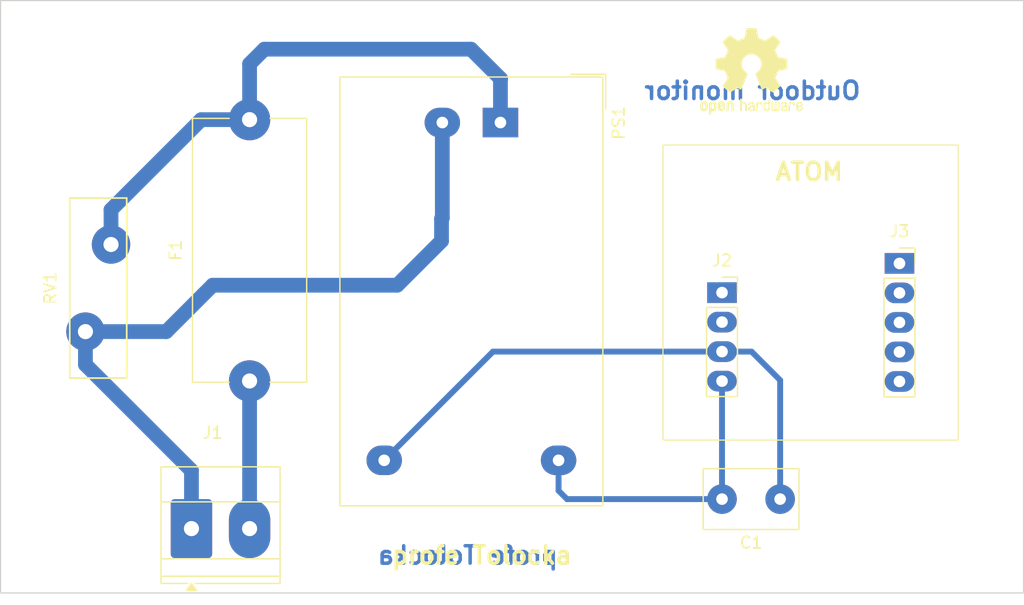
<source format=kicad_pcb>
(kicad_pcb (version 20241229) (generator "pcbnew") (generator_version "9.0")
  (layers (0 "F.Cu" signal) (2 "B.Cu" signal) (13 "F.Paste" user) (15 "B.Paste" user) (5 "F.SilkS" user "F.Silkscreen") (7 "B.SilkS" user "B.Silkscreen") (1 "F.Mask" user) (3 "B.Mask" user) (25 "Edge.Cuts" user))
  (net 0 "")
  (net 1 "Net-(J2-Pin_3)")
  (net 2 "GNDREF")
  (net 3 "Net-(J1-Pin_1)")
  (net 4 "Net-(PS1-AC{slash}L)")
  (net 5 "Net-(J1-Pin_2)")
  (footprint "MountingHole:MountingHole_3.2mm_M3_ISO7380" (layer "F.Cu") (at 181.5 122.5)
    (property "Reference" "REF**" (hide yes))
    (property "Value" "MountingHole_3.2mm_M3_ISO7380" (hide yes))
    (pad "" np_thru_hole circle (at 0 0) (size 3.2 3.2) (drill 3.2) (layers "*.Cu" "*.Mask"))
  )
  (footprint "Connector_PinSocket_2.54mm:PinSocket_1x05_P2.54mm_Vertical" (layer "F.Cu") (at 177.825 101.63)
    (property "Reference" "J3" (at 0 -2.77 0) (layer "F.SilkS"))
    (property "Value" "Conn_01x05")
    (fp_line (start -1.33 1.27) (end -1.33 11.49) (stroke (width 0.12)) (layer "F.SilkS"))
    (fp_line (start -1.33 1.27) (end 1.33 1.27) (stroke (width 0.12)) (layer "F.SilkS"))
    (fp_line (start -1.33 11.49) (end 1.33 11.49) (stroke (width 0.12)) (layer "F.SilkS"))
    (fp_line (start 0 -1.33) (end 1.33 -1.33) (stroke (width 0.12)) (layer "F.SilkS"))
    (fp_line (start 1.33 -1.33) (end 1.33 0) (stroke (width 0.12)) (layer "F.SilkS"))
    (fp_line (start 1.33 1.27) (end 1.33 11.49) (stroke (width 0.12)) (layer "F.SilkS"))
    (pad "1" thru_hole rect (at 0 0) (size 2.54 1.778) (drill 1) (layers "*.Cu" "*.Mask"))
    (pad "2" thru_hole oval (at 0 2.54) (size 2.54 1.778) (drill 1) (layers "*.Cu" "*.Mask"))
    (pad "3" thru_hole oval (at 0 5.08) (size 2.54 1.778) (drill 1) (layers "*.Cu" "*.Mask"))
    (pad "4" thru_hole oval (at 0 7.62) (size 2.54 1.778) (drill 1) (layers "*.Cu" "*.Mask"))
    (pad "5" thru_hole oval (at 0 10.16) (size 2.54 1.778) (drill 1) (layers "*.Cu" "*.Mask"))
  )
  (footprint "Symbol:OSHW-Logo2_9.8x8mm_SilkScreen" (layer "F.Cu") (at 165.1 85.09)
    (property "Reference" "REF**" (hide yes))
    (property "Value" "OSHW-Logo2_9.8x8mm_SilkScreen" (hide yes))
    (fp_poly (pts (xy 3.570807 2.636782) (xy 3.594161 2.646988) (xy 3.649902 2.691134) (xy 3.697569 2.754967) (xy 3.727048 2.823087) (xy 3.731846 2.85667) (xy 3.71576 2.903556) (xy 3.680475 2.928365) (xy 3.642644 2.943387) (xy 3.625321 2.946155) (xy 3.616886 2.926066) (xy 3.60023 2.882351) (xy 3.592923 2.862598) (xy 3.551948 2.794271) (xy 3.492622 2.760191) (xy 3.416552 2.761239) (xy 3.410918 2.762581) (xy 3.370305 2.781836) (xy 3.340448 2.819375) (xy 3.320055 2.879809) (xy 3.307836 2.967751) (xy 3.3025 3.087813) (xy 3.302 3.151698) (xy 3.301752 3.252403) (xy 3.300126 3.321054) (xy 3.295801 3.364673) (xy 3.287454 3.390282) (xy 3.273765 3.404903) (xy 3.253411 3.415558) (xy 3.252234 3.416095) (xy 3.213038 3.432667) (xy 3.193619 3.438769) (xy 3.190635 3.420319) (xy 3.188081 3.369323) (xy 3.18614 3.292308) (xy 3.184997 3.195805) (xy 3.184769 3.125184) (xy 3.185932 2.988525) (xy 3.190479 2.884851) (xy 3.199999 2.808108) (xy 3.216081 2.752246) (xy 3.240313 2.711212) (xy 3.274286 2.678954) (xy 3.307833 2.65644) (xy 3.388499 2.626476) (xy 3.482381 2.619718) (xy 3.570807 2.636782)) (stroke (width 0.01)) (fill yes) (layer "F.SilkS"))
    (fp_poly (pts (xy -1.728336 2.595089) (xy -1.665633 2.631358) (xy -1.622039 2.667358) (xy -1.590155 2.705075) (xy -1.56819 2.751199) (xy -1.554351 2.812421) (xy -1.546847 2.895431) (xy -1.543883 3.006919) (xy -1.543539 3.087062) (xy -1.543539 3.382065) (xy -1.709615 3.456515) (xy -1.719385 3.133402) (xy -1.723421 3.012729) (xy -1.727656 2.925141) (xy -1.732903 2.86465) (xy -1.739975 2.825268) (xy -1.749689 2.801007) (xy -1.762856 2.78588) (xy -1.767081 2.782606) (xy -1.831091 2.757034) (xy -1.895792 2.767153) (xy -1.934308 2.794) (xy -1.949975 2.813024) (xy -1.96082 2.837988) (xy -1.967712 2.875834) (xy -1.971521 2.933502) (xy -1.973117 3.017935) (xy -1.973385 3.105928) (xy -1.973437 3.216323) (xy -1.975328 3.294463) (xy -1.981655 3.347165) (xy -1.995017 3.381242) (xy -2.018015 3.403511) (xy -2.053246 3.420787) (xy -2.100303 3.438738) (xy -2.151697 3.458278) (xy -2.145579 3.111485) (xy -2.143116 2.986468) (xy -2.140233 2.894082) (xy -2.136102 2.827881) (xy -2.129893 2.78142) (xy -2.120774 2.748256) (xy -2.107917 2.721944) (xy -2.092416 2.698729) (xy -2.017629 2.624569) (xy -1.926372 2.581684) (xy -1.827117 2.571412) (xy -1.728336 2.595089)) (stroke (width 0.01)) (fill yes) (layer "F.SilkS"))
    (fp_poly (pts (xy 0.713362 2.62467) (xy 0.802117 2.657421) (xy 0.874022 2.71535) (xy 0.902144 2.756128) (xy 0.932802 2.830954) (xy 0.932165 2.885058) (xy 0.899987 2.921446) (xy 0.888081 2.927633) (xy 0.836675 2.946925) (xy 0.810422 2.941982) (xy 0.80153 2.909587) (xy 0.801077 2.891692) (xy 0.784797 2.825859) (xy 0.742365 2.779807) (xy 0.683388 2.757564) (xy 0.617475 2.763161) (xy 0.563895 2.792229) (xy 0.545798 2.80881) (xy 0.532971 2.828925) (xy 0.524306 2.859332) (xy 0.518696 2.906788) (xy 0.515035 2.97805) (xy 0.512215 3.079875) (xy 0.511484 3.112115) (xy 0.50882 3.22241) (xy 0.505792 3.300036) (xy 0.50125 3.351396) (xy 0.494046 3.38289) (xy 0.483033 3.40092) (xy 0.46706 3.411888) (xy 0.456834 3.416733) (xy 0.413406 3.433301) (xy 0.387842 3.438769) (xy 0.379395 3.420507) (xy 0.374239 3.365296) (xy 0.372346 3.272499) (xy 0.373689 3.141478) (xy 0.374107 3.121269) (xy 0.377058 3.001733) (xy 0.380548 2.914449) (xy 0.385514 2.852591) (xy 0.392893 2.809336) (xy 0.403624 2.77786) (xy 0.418645 2.751339) (xy 0.426502 2.739975) (xy 0.471553 2.689692) (xy 0.52194 2.650581) (xy 0.528108 2.647167) (xy 0.618458 2.620212) (xy 0.713362 2.62467)) (stroke (width 0.01)) (fill yes) (layer "F.SilkS"))
    (fp_poly (pts (xy -0.840154 2.49212) (xy -0.834428 2.57198) (xy -0.827851 2.619039) (xy -0.818738 2.639566) (xy -0.805402 2.639829) (xy -0.801077 2.637378) (xy -0.743556 2.619636) (xy -0.668732 2.620672) (xy -0.592661 2.63891) (xy -0.545082 2.662505) (xy -0.496298 2.700198) (xy -0.460636 2.742855) (xy -0.436155 2.797057) (xy -0.420913 2.869384) (xy -0.41297 2.966419) (xy -0.410384 3.094742) (xy -0.410338 3.119358) (xy -0.410308 3.39587) (xy -0.471839 3.41732) (xy -0.515541 3.431912) (xy -0.539518 3.438706) (xy -0.540223 3.438769) (xy -0.542585 3.420345) (xy -0.544594 3.369526) (xy -0.546099 3.292993) (xy -0.546947 3.19743) (xy -0.547077 3.139329) (xy -0.547349 3.024771) (xy -0.548748 2.942667) (xy -0.552151 2.886393) (xy -0.558433 2.849326) (xy -0.568471 2.824844) (xy -0.583139 2.806325) (xy -0.592298 2.797406) (xy -0.655211 2.761466) (xy -0.723864 2.758775) (xy -0.786152 2.78917) (xy -0.797671 2.800144) (xy -0.814567 2.820779) (xy -0.826286 2.845256) (xy -0.833767 2.880647) (xy -0.837946 2.934026) (xy -0.839763 3.012466) (xy -0.840154 3.120617) (xy -0.840154 3.39587) (xy -0.901685 3.41732) (xy -0.945387 3.431912) (xy -0.969364 3.438706) (xy -0.97007 3.438769) (xy -0.971874 3.420069) (xy -0.9735 3.367322) (xy -0.974883 3.285557) (xy -0.975958 3.179805) (xy -0.97666 3.055094) (xy -0.976923 2.916455) (xy -0.976923 2.381806) (xy -0.849923 2.328236) (xy -0.840154 2.49212)) (stroke (width 0.01)) (fill yes) (layer "F.SilkS"))
    (fp_poly (pts (xy 2.395929 2.636662) (xy 2.398911 2.688068) (xy 2.401247 2.766192) (xy 2.402749 2.864857) (xy 2.403231 2.968343) (xy 2.403231 3.318533) (xy 2.341401 3.380363) (xy 2.298793 3.418462) (xy 2.26139 3.433895) (xy 2.21027 3.432918) (xy 2.189978 3.430433) (xy 2.126554 3.4232) (xy 2.074095 3.419055) (xy 2.061308 3.418672) (xy 2.018199 3.421176) (xy 1.956544 3.427462) (xy 1.932638 3.430433) (xy 1.873922 3.435028) (xy 1.834464 3.425046) (xy 1.795338 3.394228) (xy 1.781215 3.380363) (xy 1.719385 3.318533) (xy 1.719385 2.663503) (xy 1.76915 2.640829) (xy 1.812002 2.624034) (xy 1.837073 2.618154) (xy 1.843501 2.636736) (xy 1.849509 2.688655) (xy 1.854697 2.768172) (xy 1.858664 2.869546) (xy 1.860577 2.955192) (xy 1.865923 3.292231) (xy 1.91256 3.298825) (xy 1.954976 3.294214) (xy 1.97576 3.279287) (xy 1.98157 3.251377) (xy 1.98653 3.191925) (xy 1.990246 3.108466) (xy 1.992324 3.008532) (xy 1.992624 2.957104) (xy 1.992923 2.661054) (xy 2.054454 2.639604) (xy 2.098004 2.62502) (xy 2.121694 2.618219) (xy 2.122377 2.618154) (xy 2.124754 2.636642) (xy 2.127366 2.687906) (xy 2.129995 2.765649) (xy 2.132421 2.863574) (xy 2.134115 2.955192) (xy 2.139461 3.292231) (xy 2.256692 3.292231) (xy 2.262072 2.984746) (xy 2.267451 2.677261) (xy 2.324601 2.647707) (xy 2.366797 2.627413) (xy 2.39177 2.618204) (xy 2.392491 2.618154) (xy 2.395929 2.636662)) (stroke (width 0.01)) (fill yes) (layer "F.SilkS"))
    (fp_poly (pts (xy -3.983114 2.587256) (xy -3.891536 2.635409) (xy -3.823951 2.712905) (xy -3.799943 2.762727) (xy -3.781262 2.837533) (xy -3.771699 2.932052) (xy -3.770792 3.03521) (xy -3.778079 3.135935) (xy -3.793097 3.223153) (xy -3.815385 3.285791) (xy -3.822235 3.296579) (xy -3.903368 3.377105) (xy -3.999734 3.425336) (xy -4.104299 3.43945) (xy -4.210032 3.417629) (xy -4.239457 3.404547) (xy -4.296759 3.364231) (xy -4.34705 3.310775) (xy -4.351803 3.303995) (xy -4.371122 3.271321) (xy -4.383892 3.236394) (xy -4.391436 3.190414) (xy -4.395076 3.124584) (xy -4.396135 3.030105) (xy -4.396154 3.008923) (xy -4.396106 3.002182) (xy -4.200769 3.002182) (xy -4.199632 3.091349) (xy -4.195159 3.15052) (xy -4.185754 3.188741) (xy -4.169824 3.215053) (xy -4.161692 3.223846) (xy -4.114942 3.257261) (xy -4.069553 3.255737) (xy -4.02366 3.226752) (xy -3.996288 3.195809) (xy -3.980077 3.150643) (xy -3.970974 3.07942) (xy -3.970349 3.071114) (xy -3.968796 2.942037) (xy -3.985035 2.846172) (xy -4.018848 2.784107) (xy -4.070016 2.756432) (xy -4.08828 2.754923) (xy -4.13624 2.762513) (xy -4.169047 2.788808) (xy -4.189105 2.839095) (xy -4.198822 2.918664) (xy -4.200769 3.002182) (xy -4.396106 3.002182) (xy -4.395426 2.908249) (xy -4.392371 2.837906) (xy -4.385678 2.789163) (xy -4.37404 2.753288) (xy -4.356147 2.721548) (xy -4.352192 2.715648) (xy -4.285733 2.636104) (xy -4.213315 2.589929) (xy -4.125151 2.571599) (xy -4.095213 2.570703) (xy -3.983114 2.587256)) (stroke (width 0.01)) (fill yes) (layer "F.SilkS"))
    (fp_poly (pts (xy 4.245224 2.647838) (xy 4.322528 2.698361) (xy 4.359814 2.74359) (xy 4.389353 2.825663) (xy 4.391699 2.890607) (xy 4.386385 2.977445) (xy 4.186115 3.065103) (xy 4.088739 3.109887) (xy 4.025113 3.145913) (xy 3.992029 3.177117) (xy 3.98628 3.207436) (xy 4.004658 3.240805) (xy 4.024923 3.262923) (xy 4.083889 3.298393) (xy 4.148024 3.300879) (xy 4.206926 3.273235) (xy 4.250197 3.21832) (xy 4.257936 3.198928) (xy 4.295006 3.138364) (xy 4.337654 3.112552) (xy 4.396154 3.090471) (xy 4.396154 3.174184) (xy 4.390982 3.23115) (xy 4.370723 3.279189) (xy 4.328262 3.334346) (xy 4.321951 3.341514) (xy 4.27472 3.390585) (xy 4.234121 3.41692) (xy 4.183328 3.429035) (xy 4.14122 3.433003) (xy 4.065902 3.433991) (xy 4.012286 3.421466) (xy 3.978838 3.402869) (xy 3.926268 3.361975) (xy 3.889879 3.317748) (xy 3.86685 3.262126) (xy 3.854359 3.187047) (xy 3.849587 3.084449) (xy 3.849206 3.032376) (xy 3.850501 2.969948) (xy 3.968471 2.969948) (xy 3.969839 3.003438) (xy 3.973249 3.008923) (xy 3.995753 3.001472) (xy 4.044182 2.981753) (xy 4.108908 2.953718) (xy 4.122443 2.947692) (xy 4.204244 2.906096) (xy 4.249312 2.869538) (xy 4.259217 2.835296) (xy 4.235526 2.800648) (xy 4.21596 2.785339) (xy 4.14536 2.754721) (xy 4.07928 2.75978) (xy 4.023959 2.797151) (xy 3.985636 2.863473) (xy 3.973349 2.916116) (xy 3.968471 2.969948) (xy 3.850501 2.969948) (xy 3.85173 2.91072) (xy 3.861032 2.82071) (xy 3.87946 2.755167) (xy 3.90936 2.706912) (xy 3.95308 2.668767) (xy 3.972141 2.65644) (xy 4.058726 2.624336) (xy 4.153522 2.622316) (xy 4.245224 2.647838)) (stroke (width 0.01)) (fill yes) (layer "F.SilkS"))
    (fp_poly (pts (xy 1.602081 2.780289) (xy 1.601833 2.92632) (xy 1.600872 3.038655) (xy 1.598794 3.122678) (xy 1.595193 3.183769) (xy 1.589665 3.227309) (xy 1.581804 3.258679) (xy 1.571207 3.283262) (xy 1.563182 3.297294) (xy 1.496728 3.373388) (xy 1.41247 3.421084) (xy 1.319249 3.438199) (xy 1.2259 3.422546) (xy 1.170312 3.394418) (xy 1.111957 3.34576) (xy 1.072186 3.286333) (xy 1.04819 3.208507) (xy 1.037161 3.104652) (xy 1.035599 3.028462) (xy 1.035809 3.022986) (xy 1.172308 3.022986) (xy 1.173141 3.110355) (xy 1.176961 3.168192) (xy 1.185746 3.206029) (xy 1.201474 3.233398) (xy 1.220266 3.254042) (xy 1.283375 3.29389) (xy 1.351137 3.297295) (xy 1.415179 3.264025) (xy 1.420164 3.259517) (xy 1.441439 3.236067) (xy 1.454779 3.208166) (xy 1.462001 3.166641) (xy 1.464923 3.102316) (xy 1.465385 3.0312) (xy 1.464383 2.941858) (xy 1.460238 2.882258) (xy 1.451236 2.843089) (xy 1.435667 2.81504) (xy 1.422902 2.800144) (xy 1.3636 2.762575) (xy 1.295301 2.758057) (xy 1.23011 2.786753) (xy 1.217528 2.797406) (xy 1.196111 2.821063) (xy 1.182744 2.849251) (xy 1.175566 2.891245) (xy 1.172719 2.956319) (xy 1.172308 3.022986) (xy 1.035809 3.022986) (xy 1.040322 2.905765) (xy 1.056362 2.813577) (xy 1.086528 2.744269) (xy 1.133629 2.690211) (xy 1.170312 2.662505) (xy 1.23699 2.632572) (xy 1.314272 2.618678) (xy 1.38611 2.622397) (xy 1.426308 2.6374) (xy 1.442082 2.64167) (xy 1.45255 2.62575) (xy 1.459856 2.583089) (xy 1.465385 2.518106) (xy 1.471437 2.445732) (xy 1.479844 2.402187) (xy 1.495141 2.377287) (xy 1.521864 2.360845) (xy 1.538654 2.353564) (xy 1.602154 2.326963) (xy 1.602081 2.780289)) (stroke (width 0.01)) (fill yes) (layer "F.SilkS"))
    (fp_poly (pts (xy -2.465746 2.599745) (xy -2.388714 2.651567) (xy -2.329184 2.726412) (xy -2.293622 2.821654) (xy -2.286429 2.891756) (xy -2.287246 2.921009) (xy -2.294086 2.943407) (xy -2.312888 2.963474) (xy -2.349592 2.985733) (xy -2.410138 3.014709) (xy -2.500466 3.054927) (xy -2.500923 3.055129) (xy -2.584067 3.09321) (xy -2.652247 3.127025) (xy -2.698495 3.152933) (xy -2.715842 3.167295) (xy -2.715846 3.167411) (xy -2.700557 3.198685) (xy -2.664804 3.233157) (xy -2.623758 3.25799) (xy -2.602963 3.262923) (xy -2.54623 3.245862) (xy -2.497373 3.203133) (xy -2.473535 3.156155) (xy -2.450603 3.121522) (xy -2.405682 3.082081) (xy -2.352877 3.048009) (xy -2.30629 3.02948) (xy -2.296548 3.028462) (xy -2.285582 3.045215) (xy -2.284921 3.088039) (xy -2.29298 3.145781) (xy -2.308173 3.207289) (xy -2.328914 3.261409) (xy -2.329962 3.26351) (xy -2.392379 3.35066) (xy -2.473274 3.409939) (xy -2.565144 3.439034) (xy -2.660487 3.435634) (xy -2.751802 3.397428) (xy -2.755862 3.394741) (xy -2.827694 3.329642) (xy -2.874927 3.244705) (xy -2.901066 3.133021) (xy -2.904574 3.101643) (xy -2.910787 2.953536) (xy -2.903339 2.884468) (xy -2.715846 2.884468) (xy -2.71341 2.927552) (xy -2.700086 2.940126) (xy -2.666868 2.930719) (xy -2.614506 2.908483) (xy -2.555976 2.88061) (xy -2.554521 2.879872) (xy -2.504911 2.853777) (xy -2.485 2.836363) (xy -2.48991 2.818107) (xy -2.510584 2.79412) (xy -2.563181 2.759406) (xy -2.619823 2.756856) (xy -2.670631 2.782119) (xy -2.705724 2.830847) (xy -2.715846 2.884468) (xy -2.903339 2.884468) (xy -2.898008 2.835036) (xy -2.865222 2.741055) (xy -2.819579 2.675215) (xy -2.737198 2.608681) (xy -2.646454 2.575676) (xy -2.553815 2.573573) (xy -2.465746 2.599745)) (stroke (width 0.01)) (fill yes) (layer "F.SilkS"))
    (fp_poly (pts (xy 0.053501 2.626303) (xy 0.13006 2.654733) (xy 0.130936 2.655279) (xy 0.178285 2.690127) (xy 0.213241 2.730852) (xy 0.237825 2.783925) (xy 0.254062 2.855814) (xy 0.263975 2.952992) (xy 0.269586 3.081928) (xy 0.270077 3.100298) (xy 0.277141 3.377287) (xy 0.217695 3.408028) (xy 0.174681 3.428802) (xy 0.14871 3.438646) (xy 0.147509 3.438769) (xy 0.143014 3.420606) (xy 0.139444 3.371612) (xy 0.137248 3.300031) (xy 0.136769 3.242068) (xy 0.136758 3.14817) (xy 0.132466 3.089203) (xy 0.117503 3.061079) (xy 0.085482 3.059706) (xy 0.030014 3.080998) (xy -0.053731 3.120136) (xy -0.115311 3.152643) (xy -0.146983 3.180845) (xy -0.156294 3.211582) (xy -0.156308 3.213104) (xy -0.140943 3.266054) (xy -0.095453 3.29466) (xy -0.025834 3.298803) (xy 0.024313 3.298084) (xy 0.050754 3.312527) (xy 0.067243 3.347218) (xy 0.076733 3.391416) (xy 0.063057 3.416493) (xy 0.057907 3.420082) (xy 0.009425 3.434496) (xy -0.058469 3.436537) (xy -0.128388 3.426983) (xy -0.177932 3.409522) (xy -0.24643 3.351364) (xy -0.285366 3.270408) (xy -0.293077 3.20716) (xy -0.287193 3.150111) (xy -0.265899 3.103542) (xy -0.223735 3.062181) (xy -0.155241 3.020755) (xy -0.054956 2.973993) (xy -0.048846 2.97135) (xy 0.04149 2.929617) (xy 0.097235 2.895391) (xy 0.121129 2.864635) (xy 0.115913 2.833311) (xy 0.084328 2.797383) (xy 0.074883 2.789116) (xy 0.011617 2.757058) (xy -0.053936 2.758407) (xy -0.111028 2.789838) (xy -0.148907 2.848024) (xy -0.152426 2.859446) (xy -0.1867 2.914837) (xy -0.230191 2.941518) (xy -0.293077 2.96796) (xy -0.293077 2.899548) (xy -0.273948 2.80011) (xy -0.217169 2.708902) (xy -0.187622 2.678389) (xy -0.120458 2.639228) (xy -0.035044 2.6215) (xy 0.053501 2.626303)) (stroke (width 0.01)) (fill yes) (layer "F.SilkS"))
    (fp_poly (pts (xy -3.231114 2.584505) (xy -3.156461 2.621727) (xy -3.090569 2.690261) (xy -3.072423 2.715648) (xy -3.052655 2.748866) (xy -3.039828 2.784945) (xy -3.03249 2.833098) (xy -3.029187 2.902536) (xy -3.028462 2.994206) (xy -3.031737 3.11983) (xy -3.043123 3.214154) (xy -3.064959 3.284523) (xy -3.099581 3.338286) (xy -3.14933 3.382788) (xy -3.152986 3.385423) (xy -3.202015 3.412377) (xy -3.261055 3.425712) (xy -3.336141 3.429) (xy -3.458205 3.429) (xy -3.458256 3.547497) (xy -3.459392 3.613492) (xy -3.466314 3.652202) (xy -3.484402 3.675419) (xy -3.519038 3.694933) (xy -3.527355 3.69892) (xy -3.56628 3.717603) (xy -3.596417 3.729403) (xy -3.618826 3.730422) (xy -3.634567 3.716761) (xy -3.644698 3.684522) (xy -3.650277 3.629804) (xy -3.652365 3.548711) (xy -3.652019 3.437344) (xy -3.6503 3.291802) (xy -3.649763 3.248269) (xy -3.647828 3.098205) (xy -3.646096 3.000042) (xy -3.458308 3.000042) (xy -3.457252 3.083364) (xy -3.452562 3.13788) (xy -3.441949 3.173837) (xy -3.423128 3.201482) (xy -3.41035 3.214965) (xy -3.35811 3.254417) (xy -3.311858 3.257628) (xy -3.264133 3.225049) (xy -3.262923 3.223846) (xy -3.243506 3.198668) (xy -3.231693 3.164447) (xy -3.225735 3.111748) (xy -3.22388 3.031131) (xy -3.223846 3.013271) (xy -3.22833 2.902175) (xy -3.242926 2.825161) (xy -3.26935 2.778147) (xy -3.309317 2.75705) (xy -3.332416 2.754923) (xy -3.387238 2.7649) (xy -3.424842 2.797752) (xy -3.447477 2.857857) (xy -3.457394 2.949598) (xy -3.458308 3.000042) (xy -3.646096 3.000042) (xy -3.645778 2.98206) (xy -3.643127 2.894679) (xy -3.639394 2.830905) (xy -3.634093 2.785582) (xy -3.626742 2.753555) (xy -3.616857 2.729668) (xy -3.603954 2.708764) (xy -3.598421 2.700898) (xy -3.525031 2.626595) (xy -3.43224 2.584467) (xy -3.324904 2.572722) (xy -3.231114 2.584505)) (stroke (width 0.01)) (fill yes) (layer "F.SilkS"))
    (fp_poly (pts (xy 2.887333 2.633528) (xy 2.94359 2.659117) (xy 2.987747 2.690124) (xy 3.020101 2.724795) (xy 3.042438 2.76952) (xy 3.056546 2.830692) (xy 3.064211 2.914701) (xy 3.06722 3.02794) (xy 3.067538 3.102509) (xy 3.067538 3.39342) (xy 3.017773 3.416095) (xy 2.978576 3.432667) (xy 2.959157 3.438769) (xy 2.955442 3.42061) (xy 2.952495 3.371648) (xy 2.950691 3.300153) (xy 2.950308 3.243385) (xy 2.948661 3.161371) (xy 2.944222 3.096309) (xy 2.93774 3.056467) (xy 2.93259 3.048) (xy 2.897977 3.056646) (xy 2.84364 3.078823) (xy 2.780722 3.108886) (xy 2.720368 3.141192) (xy 2.673721 3.170098) (xy 2.651926 3.189961) (xy 2.651839 3.190175) (xy 2.653714 3.226935) (xy 2.670525 3.262026) (xy 2.700039 3.290528) (xy 2.743116 3.300061) (xy 2.779932 3.29895) (xy 2.832074 3.298133) (xy 2.859444 3.310349) (xy 2.875882 3.342624) (xy 2.877955 3.34871) (xy 2.885081 3.394739) (xy 2.866024 3.422687) (xy 2.816353 3.436007) (xy 2.762697 3.43847) (xy 2.666142 3.42021) (xy 2.616159 3.394131) (xy 2.554429 3.332868) (xy 2.52169 3.25767) (xy 2.518753 3.178211) (xy 2.546424 3.104167) (xy 2.588047 3.057769) (xy 2.629604 3.031793) (xy 2.694922 2.998907) (xy 2.771038 2.965557) (xy 2.783726 2.960461) (xy 2.867333 2.923565) (xy 2.91553 2.891046) (xy 2.93103 2.858718) (xy 2.91655 2.822394) (xy 2.891692 2.794) (xy 2.832939 2.759039) (xy 2.768293 2.756417) (xy 2.709008 2.783358) (xy 2.666339 2.837088) (xy 2.660739 2.85095) (xy 2.628133 2.901936) (xy 2.58053 2.939787) (xy 2.520461 2.97085) (xy 2.520461 2.882768) (xy 2.523997 2.828951) (xy 2.539156 2.786534) (xy 2.572768 2.741279) (xy 2.605035 2.70642) (xy 2.655209 2.657062) (xy 2.694193 2.630547) (xy 2.736064 2.619911) (xy 2.78346 2.618154) (xy 2.887333 2.633528)) (stroke (width 0.01)) (fill yes) (layer "F.SilkS"))
    (fp_poly (pts (xy 0.139878 -3.712224) (xy 0.245612 -3.711645) (xy 0.322132 -3.710078) (xy 0.374372 -3.707028) (xy 0.407263 -3.702004) (xy 0.425737 -3.694511) (xy 0.434727 -3.684056) (xy 0.439163 -3.670147) (xy 0.439594 -3.668346) (xy 0.446333 -3.635855) (xy 0.458808 -3.571748) (xy 0.475719 -3.482849) (xy 0.495771 -3.375981) (xy 0.517664 -3.257967) (xy 0.518429 -3.253822) (xy 0.540359 -3.138169) (xy 0.560877 -3.035986) (xy 0.578659 -2.953402) (xy 0.592381 -2.896544) (xy 0.600718 -2.871542) (xy 0.601116 -2.871099) (xy 0.625677 -2.85889) (xy 0.676315 -2.838544) (xy 0.742095 -2.814455) (xy 0.742461 -2.814326) (xy 0.825317 -2.783182) (xy 0.923 -2.743509) (xy 1.015077 -2.703619) (xy 1.019434 -2.701647) (xy 1.169407 -2.63358) (xy 1.501498 -2.860361) (xy 1.603374 -2.929496) (xy 1.695657 -2.991303) (xy 1.773003 -3.042267) (xy 1.830064 -3.078873) (xy 1.861495 -3.097606) (xy 1.864479 -3.098996) (xy 1.887321 -3.09281) (xy 1.929982 -3.062965) (xy 1.994128 -3.008053) (xy 2.081421 -2.926666) (xy 2.170535 -2.840078) (xy 2.256441 -2.754753) (xy 2.333327 -2.676892) (xy 2.396564 -2.611303) (xy 2.441523 -2.562795) (xy 2.463576 -2.536175) (xy 2.464396 -2.534805) (xy 2.466834 -2.516537) (xy 2.45765 -2.486705) (xy 2.434574 -2.441279) (xy 2.395337 -2.37623) (xy 2.33767 -2.28753) (xy 2.260795 -2.173343) (xy 2.19257 -2.072838) (xy 2.131582 -1.982697) (xy 2.081356 -1.908151) (xy 2.045416 -1.854435) (xy 2.027287 -1.826782) (xy 2.026146 -1.824905) (xy 2.028359 -1.79841) (xy 2.045138 -1.746914) (xy 2.073142 -1.680149) (xy 2.083122 -1.658828) (xy 2.126672 -1.563841) (xy 2.173134 -1.456063) (xy 2.210877 -1.362808) (xy 2.238073 -1.293594) (xy 2.259675 -1.240994) (xy 2.272158 -1.213503) (xy 2.273709 -1.211384) (xy 2.296668 -1.207876) (xy 2.350786 -1.198262) (xy 2.428868 -1.183911) (xy 2.523719 -1.166193) (xy 2.628143 -1.146475) (xy 2.734944 -1.126126) (xy 2.836926 -1.106514) (xy 2.926894 -1.089009) (xy 2.997653 -1.074978) (xy 3.042006 -1.065791) (xy 3.052885 -1.063193) (xy 3.064122 -1.056782) (xy 3.072605 -1.042303) (xy 3.078714 -1.014867) (xy 3.082832 -0.969589) (xy 3.085341 -0.90158) (xy 3.086621 -0.805953) (xy 3.087054 -0.67782) (xy 3.087077 -0.625299) (xy 3.087077 -0.198155) (xy 2.9845 -0.177909) (xy 2.927431 -0.16693) (xy 2.842269 -0.150905) (xy 2.739372 -0.131767) (xy 2.629096 -0.111449) (xy 2.598615 -0.105868) (xy 2.496855 -0.086083) (xy 2.408205 -0.066627) (xy 2.340108 -0.049303) (xy 2.300004 -0.035912) (xy 2.293323 -0.031921) (xy 2.276919 -0.003658) (xy 2.253399 0.051109) (xy 2.227316 0.121588) (xy 2.222142 0.136769) (xy 2.187956 0.230896) (xy 2.145523 0.337101) (xy 2.103997 0.432473) (xy 2.103792 0.432916) (xy 2.03464 0.582525) (xy 2.489512 1.251617) (xy 2.1975 1.544116) (xy 2.10918 1.63117) (xy 2.028625 1.707909) (xy 1.96036 1.770237) (xy 1.908908 1.814056) (xy 1.878794 1.83527) (xy 1.874474 1.836616) (xy 1.849111 1.826016) (xy 1.797358 1.796547) (xy 1.724868 1.751705) (xy 1.637294 1.694984) (xy 1.542612 1.631462) (xy 1.446516 1.566668) (xy 1.360837 1.510287) (xy 1.291016 1.465788) (xy 1.242494 1.436639) (xy 1.220782 1.426308) (xy 1.194293 1.43505) (xy 1.144062 1.458087) (xy 1.080451 1.490631) (xy 1.073708 1.494249) (xy 0.988046 1.53721) (xy 0.929306 1.558279) (xy 0.892772 1.558503) (xy 0.873731 1.538928) (xy 0.87362 1.538654) (xy 0.864102 1.515472) (xy 0.841403 1.460441) (xy 0.807282 1.377822) (xy 0.7635 1.271872) (xy 0.711816 1.146852) (xy 0.653992 1.00702) (xy 0.597991 0.871637) (xy 0.536447 0.722234) (xy 0.479939 0.583832) (xy 0.430161 0.460673) (xy 0.388806 0.357002) (xy 0.357568 0.277059) (xy 0.338141 0.225088) (xy 0.332154 0.205692) (xy 0.347168 0.183443) (xy 0.386439 0.147982) (xy 0.438807 0.108887) (xy 0.587941 -0.014755) (xy 0.704511 -0.156478) (xy 0.787118 -0.313296) (xy 0.834366 -0.482225) (xy 0.844857 -0.660278) (xy 0.837231 -0.742461) (xy 0.795682 -0.912969) (xy 0.724123 -1.063541) (xy 0.626995 -1.192691) (xy 0.508734 -1.298936) (xy 0.37378 -1.38079) (xy 0.226571 -1.436768) (xy 0.071544 -1.465385) (xy -0.086861 -1.465156) (xy -0.244206 -1.434595) (xy -0.396054 -1.372218) (xy -0.537965 -1.27654) (xy -0.597197 -1.222428) (xy -0.710797 -1.08348) (xy -0.789894 -0.931639) (xy -0.835014 -0.771333) (xy -0.846684 -0.606988) (xy -0.825431 -0.443029) (xy -0.77178 -0.283882) (xy -0.68626 -0.133975) (xy -0.569395 0.002267) (xy -0.438807 0.108887) (xy -0.384412 0.149642) (xy -0.345986 0.184718) (xy -0.332154 0.205726) (xy -0.339397 0.228635) (xy -0.359995 0.283365) (xy -0.392254 0.365672) (xy -0.434479 0.471315) (xy -0.484977 0.59605) (xy -0.542052 0.735636) (xy -0.598146 0.87167) (xy -0.660033 1.021201) (xy -0.717356 1.159767) (xy -0.768356 1.283107) (xy -0.811273 1.386964) (xy -0.844347 1.46708) (xy -0.865819 1.519195) (xy -0.873775 1.538654) (xy -0.892571 1.558423) (xy -0.928926 1.558365) (xy -0.987521 1.537441) (xy -1.073032 1.494613) (xy -1.073708 1.494249) (xy -1.138093 1.461012) (xy -1.190139 1.436802) (xy -1.219488 1.426404) (xy -1.220783 1.426308) (xy -1.242876 1.436855) (xy -1.291652 1.466184) (xy -1.361669 1.510827) (xy -1.447486 1.567314) (xy -1.542612 1.631462) (xy -1.63946 1.696411) (xy -1.726747 1.752896) (xy -1.798819 1.797421) (xy -1.850023 1.82649) (xy -1.874474 1.836616) (xy -1.89699 1.823307) (xy -1.942258 1.786112) (xy -2.005756 1.729128) (xy -2.082961 1.656449) (xy -2.169349 1.572171) (xy -2.197601 1.544016) (xy -2.489713 1.251416) (xy -2.267369 0.925104) (xy -2.199798 0.824897) (xy -2.140493 0.734963) (xy -2.092783 0.66051) (xy -2.059993 0.606751) (xy -2.045452 0.578894) (xy -2.045026 0.576912) (xy -2.052692 0.550655) (xy -2.073311 0.497837) (xy -2.103315 0.42731) (xy -2.124375 0.380093) (xy -2.163752 0.289694) (xy -2.200835 0.198366) (xy -2.229585 0.1212) (xy -2.237395 0.097692) (xy -2.259583 0.034916) (xy -2.281273 -0.013589) (xy -2.293187 -0.031921) (xy -2.319477 -0.043141) (xy -2.376858 -0.059046) (xy -2.457882 -0.077833) (xy -2.555105 -0.097701) (xy -2.598615 -0.105868) (xy -2.709104 -0.126171) (xy -2.815084 -0.14583) (xy -2.906199 -0.162912) (xy -2.972092 -0.175482) (xy -2.9845 -0.177909) (xy -3.087077 -0.198155) (xy -3.087077 -0.625299) (xy -3.086847 -0.765754) (xy -3.085901 -0.872021) (xy -3.083859 -0.948987) (xy -3.080338 -1.00154) (xy -3.074957 -1.034567) (xy -3.067334 -1.052955) (xy -3.057088 -1.061592) (xy -3.052885 -1.063193) (xy -3.02753 -1.068873) (xy -2.971516 -1.080205) (xy -2.892036 -1.095821) (xy -2.796288 -1.114353) (xy -2.691467 -1.134431) (xy -2.584768 -1.154688) (xy -2.483387 -1.173754) (xy -2.394521 -1.190261) (xy -2.325363 -1.202841) (xy -2.283111 -1.210125) (xy -2.27371 -1.211384) (xy -2.265193 -1.228237) (xy -2.24634 -1.27313) (xy -2.220676 -1.33757) (xy -2.210877 -1.362808) (xy -2.171352 -1.460314) (xy -2.124808 -1.568041) (xy -2.083123 -1.658828) (xy -2.05245 -1.728247) (xy -2.032044 -1.78529) (xy -2.025232 -1.820223) (xy -2.026318 -1.824905) (xy -2.040715 -1.847009) (xy -2.073588 -1.896169) (xy -2.12141 -1.967152) (xy -2.180652 -2.054722) (xy -2.247785 -2.153643) (xy -2.261059 -2.17317) (xy -2.338954 -2.28886) (xy -2.396213 -2.376956) (xy -2.435119 -2.441514) (xy -2.457956 -2.486589) (xy -2.467006 -2.516237) (xy -2.464552 -2.534515) (xy -2.464489 -2.534631) (xy -2.445173 -2.558639) (xy -2.402449 -2.605053) (xy -2.340949 -2.669063) (xy -2.265302 -2.745855) (xy -2.180139 -2.830618) (xy -2.170535 -2.840078) (xy -2.06321 -2.944011) (xy -1.980385 -3.020325) (xy -1.920395 -3.070429) (xy -1.881577 -3.09573) (xy -1.86448 -3.098996) (xy -1.839527 -3.08475) (xy -1.787745 -3.051844) (xy -1.71448 -3.003792) (xy -1.62508 -2.94411) (xy -1.524889 -2.876312) (xy -1.501499 -2.860361) (xy -1.169407 -2.63358) (xy -1.019435 -2.701647) (xy -0.92823 -2.741315) (xy -0.830331 -2.781209) (xy -0.746169 -2.813017) (xy -0.742462 -2.814326) (xy -0.676631 -2.838424) (xy -0.625884 -2.8588) (xy -0.601158 -2.871064) (xy -0.601116 -2.871099) (xy -0.593271 -2.893266) (xy -0.579934 -2.947783) (xy -0.56243 -3.02852) (xy -0.542083 -3.12935) (xy -0.520218 -3.244144) (xy -0.518429 -3.253822) (xy -0.496496 -3.372096) (xy -0.47636 -3.479458) (xy -0.45932 -3.569083) (xy -0.446672 -3.634149) (xy -0.439716 -3.667832) (xy -0.439594 -3.668346) (xy -0.435361 -3.682675) (xy -0.427129 -3.693493) (xy -0.409967 -3.701294) (xy -0.378942 -3.706571) (xy -0.329122 -3.709818) (xy -0.255576 -3.711528) (xy -0.153371 -3.712193) (xy -0.017575 -3.712307) (xy 0 -3.712308) (xy 0.139878 -3.712224)) (stroke (width 0.01)) (fill yes) (layer "F.SilkS"))
  )
  (footprint "Connector_PinSocket_2.54mm:PinSocket_1x04_P2.54mm_Vertical" (layer "F.Cu") (at 162.56 104.14)
    (property "Reference" "J2" (at 0 -2.77 0) (layer "F.SilkS"))
    (property "Value" "Conn_01x04")
    (fp_line (start -1.33 1.27) (end -1.33 8.95) (stroke (width 0.12)) (layer "F.SilkS"))
    (fp_line (start -1.33 1.27) (end 1.33 1.27) (stroke (width 0.12)) (layer "F.SilkS"))
    (fp_line (start -1.33 8.95) (end 1.33 8.95) (stroke (width 0.12)) (layer "F.SilkS"))
    (fp_line (start 0 -1.33) (end 1.33 -1.33) (stroke (width 0.12)) (layer "F.SilkS"))
    (fp_line (start 1.33 -1.33) (end 1.33 0) (stroke (width 0.12)) (layer "F.SilkS"))
    (fp_line (start 1.33 1.27) (end 1.33 8.95) (stroke (width 0.12)) (layer "F.SilkS"))
    (pad "1" thru_hole rect (at 0 0) (size 2.54 1.778) (drill 1) (layers "*.Cu" "*.Mask"))
    (pad "2" thru_hole oval (at 0 2.54) (size 2.54 1.778) (drill 1) (layers "*.Cu" "*.Mask"))
    (pad "3" thru_hole oval (at 0 5.08) (size 2.54 1.778) (drill 1) (layers "*.Cu" "*.Mask") (net 1 "Net-(J2-Pin_3)"))
    (pad "4" thru_hole oval (at 0 7.62) (size 2.54 1.778) (drill 1) (layers "*.Cu" "*.Mask") (net 2 "GNDREF"))
  )
  (footprint "MountingHole:MountingHole_3.2mm_M3_ISO7380" (layer "F.Cu") (at 107.5 86.5)
    (property "Reference" "REF**" (hide yes))
    (property "Value" "MountingHole_3.2mm_M3_ISO7380" (hide yes))
    (pad "" np_thru_hole circle (at 0 0) (size 3.2 3.2) (drill 3.2) (layers "*.Cu" "*.Mask"))
  )
  (footprint "MountingHole:MountingHole_3.2mm_M3_ISO7380" (layer "F.Cu") (at 107.5 122.5)
    (property "Reference" "REF**" (hide yes))
    (property "Value" "MountingHole_3.2mm_M3_ISO7380" (hide yes))
    (pad "" np_thru_hole circle (at 0 0) (size 3.2 3.2) (drill 3.2) (layers "*.Cu" "*.Mask"))
  )
  (footprint "Converter_ACDC:Converter_ACDC_Hi-Link_HLK-PMxx" (layer "F.Cu") (at 143.5 89.5 -90)
    (property "Reference" "PS1" (at 0.035 -10.17 90) (layer "F.SilkS"))
    (property "Value" "TSP-05")
    (fp_line (start -3.92 13.81) (end 33 13.81) (stroke (width 0.12)) (layer "F.SilkS"))
    (fp_line (start -4.16 -6.05) (end -4.16 -9.05) (stroke (width 0.12)) (layer "F.SilkS"))
    (fp_line (start -3.92 -8.81) (end -3.92 13.81) (stroke (width 0.12)) (layer "F.SilkS"))
    (fp_line (start -3.92 -8.81) (end 33 -8.81) (stroke (width 0.12)) (layer "F.SilkS"))
    (fp_line (start 33 -8.81) (end 33 13.81) (stroke (width 0.12)) (layer "F.SilkS"))
    (fp_line (start -4.16 -9.05) (end -1.16 -9.05) (stroke (width 0.12)) (layer "F.SilkS"))
    (pad "1" thru_hole rect (at 0 0 270) (size 2.54 3.048) (drill 1) (layers "*.Cu" "*.Mask") (net 4 "Net-(PS1-AC{slash}L)"))
    (pad "2" thru_hole oval (at 0 5 270) (size 2.54 3.048) (drill 1) (layers "*.Cu" "*.Mask") (net 3 "Net-(J1-Pin_1)"))
    (pad "3" thru_hole oval (at 29.08 -5 270) (size 2.54 3.048) (drill 1) (layers "*.Cu" "*.Mask") (net 2 "GNDREF"))
    (pad "4" thru_hole oval (at 29.08 10 270) (size 2.54 3.048) (drill 1) (layers "*.Cu" "*.Mask") (net 1 "Net-(J2-Pin_3)"))
  )
  (footprint "TerminalBlock_Phoenix:TerminalBlock_Phoenix_MKDS-1,5-2_1x02_P5.00mm_Horizontal" (layer "F.Cu") (at 116.92 124.46)
    (property "Reference" "J1" (at 1.825 -8.255 0) (layer "F.SilkS"))
    (property "Value" "Screw_Terminal_01x02")
    (fp_line (start -2.62 -5.32) (end -2.62 4.72) (stroke (width 0.12)) (layer "F.SilkS"))
    (fp_line (start -2.62 -5.32) (end 7.62 -5.32) (stroke (width 0.12)) (layer "F.SilkS"))
    (fp_line (start -2.62 -2.3) (end 7.62 -2.3) (stroke (width 0.12)) (layer "F.SilkS"))
    (fp_line (start -2.62 2.6) (end 7.62 2.6) (stroke (width 0.12)) (layer "F.SilkS"))
    (fp_line (start -2.62 4.1) (end 7.62 4.1) (stroke (width 0.12)) (layer "F.SilkS"))
    (fp_line (start -2.62 4.72) (end -0.3 4.72) (stroke (width 0.12)) (layer "F.SilkS"))
    (fp_line (start 0.3 4.72) (end 7.62 4.72) (stroke (width 0.12)) (layer "F.SilkS"))
    (fp_line (start 7.62 -5.32) (end 7.62 4.72) (stroke (width 0.12)) (layer "F.SilkS"))
    (fp_poly (pts (xy 0 4.72) (xy 0.44 5.33) (xy -0.44 5.33)) (stroke (width 0.12)) (fill yes) (layer "F.SilkS"))
    (pad "1" thru_hole roundrect (at 0 0) (size 3.556 5.08) (drill 1.3) (layers "*.Cu" "*.Mask") (roundrect_rratio 0.096154) (net 3 "Net-(J1-Pin_1)"))
    (pad "2" thru_hole oval (at 5 0) (size 3.556 5.08) (drill 1.3) (layers "*.Cu" "*.Mask") (net 5 "Net-(J1-Pin_2)"))
  )
  (footprint "MountingHole:MountingHole_3.2mm_M3_ISO7380" (layer "F.Cu") (at 181.5 86.5)
    (property "Reference" "REF**" (hide yes))
    (property "Value" "MountingHole_3.2mm_M3_ISO7380" (hide yes))
    (pad "" np_thru_hole circle (at 0 0) (size 3.2 3.2) (drill 3.2) (layers "*.Cu" "*.Mask"))
  )
  (footprint "Capacitor_THT:C_Disc_D8.0mm_W5.0mm_P5.00mm" (layer "F.Cu") (at 167.56 121.92 180)
    (property "Reference" "C1" (at 2.5 -3.75 0) (layer "F.SilkS"))
    (property "Value" "0.1uF/35V")
    (fp_line (start 6.62 -2.62) (end 6.62 2.62) (stroke (width 0.12)) (layer "F.SilkS"))
    (fp_line (start -1.62 2.62) (end 6.62 2.62) (stroke (width 0.12)) (layer "F.SilkS"))
    (fp_line (start -1.62 -2.62) (end 6.62 -2.62) (stroke (width 0.12)) (layer "F.SilkS"))
    (fp_line (start -1.62 -2.62) (end -1.62 2.62) (stroke (width 0.12)) (layer "F.SilkS"))
    (pad "1" thru_hole circle (at 0 0 180) (size 2.54 2.54) (drill 1) (layers "*.Cu" "*.Mask") (net 1 "Net-(J2-Pin_3)"))
    (pad "2" thru_hole circle (at 5 0 180) (size 2.54 2.54) (drill 1) (layers "*.Cu" "*.Mask") (net 2 "GNDREF"))
  )
  (footprint "Fuse:Fuseholder_Cylinder-5x20mm_Schurter_0031_8201_Horizontal_Open" (layer "F.Cu") (at 121.92 111.75 90)
    (property "Reference" "F1" (at 11.25 -6.35 90) (layer "F.SilkS"))
    (property "Value" "Fuse")
    (fp_line (start -0.11 -4.91) (end 22.61 -4.91) (stroke (width 0.12)) (layer "F.SilkS"))
    (fp_line (start 22.61 -1.75) (end 22.61 -4.91) (stroke (width 0.12)) (layer "F.SilkS"))
    (fp_line (start -0.11 -1.75) (end -0.11 -4.91) (stroke (width 0.12)) (layer "F.SilkS"))
    (fp_line (start 22.61 4.91) (end 22.61 1.75) (stroke (width 0.12)) (layer "F.SilkS"))
    (fp_line (start -0.11 4.91) (end -0.11 1.75) (stroke (width 0.12)) (layer "F.SilkS"))
    (fp_line (start -0.11 4.91) (end 22.61 4.91) (stroke (width 0.12)) (layer "F.SilkS"))
    (pad "" np_thru_hole circle (at 11.25 0 90) (size 2.7 2.7) (drill 2.7) (layers "*.Cu" "*.Mask"))
    (pad "1" thru_hole circle (at 0 0 90) (size 3.556 3.556) (drill 1.3) (layers "*.Cu" "*.Mask") (net 5 "Net-(J1-Pin_2)"))
    (pad "2" thru_hole circle (at 22.5 0 90) (size 3.556 3.556) (drill 1.3) (layers "*.Cu" "*.Mask") (net 4 "Net-(PS1-AC{slash}L)"))
  )
  (footprint "Varistor:RV_Disc_D15.5mm_W4.9mm_P7.5mm" (layer "F.Cu") (at 110 100 -90)
    (property "Reference" "RV1" (at 3.75 5.225 90) (layer "F.SilkS"))
    (property "Value" "Varistor")
    (fp_line (start -4 3.55) (end 11.5 3.55) (stroke (width 0.15)) (layer "F.SilkS"))
    (fp_line (start -4 -1.35) (end -4 3.55) (stroke (width 0.15)) (layer "F.SilkS"))
    (fp_line (start -4 -1.35) (end 11.5 -1.35) (stroke (width 0.15)) (layer "F.SilkS"))
    (fp_line (start 11.5 -1.35) (end 11.5 3.55) (stroke (width 0.15)) (layer "F.SilkS"))
    (pad "1" thru_hole circle (at 0 0 270) (size 3.302 3.302) (drill 1.3) (layers "*.Cu" "*.Mask") (net 4 "Net-(PS1-AC{slash}L)"))
    (pad "2" thru_hole circle (at 7.5 2.2 270) (size 3.302 3.302) (drill 1.3) (layers "*.Cu" "*.Mask") (net 3 "Net-(J1-Pin_1)"))
  )
  (gr_rect (start 157.48 91.44) (end 182.88 116.84) (stroke (width 0.1)) (fill no) (layer "F.SilkS"))
  (gr_rect (start 100.5 79) (end 188.5 130) (stroke (width 0.1)) (fill no) (layer "Edge.Cuts"))
  (gr_text "profe Tolocka" (at 148.59 127.635 0) (layer "B.Cu") (effects (font (size 1.5 1.5) (thickness 0.3) (bold yes)) (justify left bottom mirror)))
  (gr_text "Outdoor monitor" (at 174.625 87.63 0) (layer "B.Cu") (effects (font (size 1.5 1.5) (thickness 0.3) (bold yes)) (justify left bottom mirror)))
  (gr_text "ATOM" (at 167.005 94.615 0) (layer "F.SilkS") (effects (font (size 1.5 1.5) (thickness 0.3) (bold yes)) (justify left bottom)))
  (gr_text "profe Tolocka" (at 133.985 127.635 0) (layer "F.SilkS") (effects (font (size 1.5 1.5) (thickness 0.3) (bold yes)) (justify left bottom)))
  (segment (start 142.86 109.22) (end 162.56 109.22) (width 0.508) (layer "B.Cu") (net 1))
  (segment (start 162.56 109.22) (end 165.1 109.22) (width 0.508) (layer "B.Cu") (net 1))
  (segment (start 167.56 111.68) (end 167.56 121.92) (width 0.508) (layer "B.Cu") (net 1))
  (segment (start 165.1 109.22) (end 167.56 111.68) (width 0.508) (layer "B.Cu") (net 1))
  (segment (start 133.5 118.58) (end 142.86 109.22) (width 0.508) (layer "B.Cu") (net 1))
  (segment (start 148.5 118.58) (end 148.5 121.195) (width 0.508) (layer "B.Cu") (net 2))
  (segment (start 148.5 121.195) (end 149.225 121.92) (width 0.508) (layer "B.Cu") (net 2))
  (segment (start 162.56 111.76) (end 162.56 121.92) (width 0.508) (layer "B.Cu") (net 2))
  (segment (start 149.225 121.92) (end 162.56 121.92) (width 0.508) (layer "B.Cu") (net 2))
  (segment (start 114.75 107.5) (end 118.745 103.505) (width 1.27) (layer "B.Cu") (net 3))
  (segment (start 138.43 99.695) (end 138.43 97.79) (width 1.27) (layer "B.Cu") (net 3))
  (segment (start 134.62 103.505) (end 138.43 99.695) (width 1.27) (layer "B.Cu") (net 3))
  (segment (start 116.92 124.46) (end 116.92 119.46) (width 1.27) (layer "B.Cu") (net 3))
  (segment (start 138.5 97.72) (end 138.5 89.5) (width 1.27) (layer "B.Cu") (net 3))
  (segment (start 107.8 110.34) (end 107.8 107.5) (width 1.27) (layer "B.Cu") (net 3))
  (segment (start 107.8 107.5) (end 114.75 107.5) (width 1.27) (layer "B.Cu") (net 3))
  (segment (start 116.92 119.46) (end 107.8 110.34) (width 1.27) (layer "B.Cu") (net 3))
  (segment (start 138.43 97.79) (end 138.5 97.72) (width 1.27) (layer "B.Cu") (net 3))
  (segment (start 118.745 103.505) (end 134.62 103.505) (width 1.27) (layer "B.Cu") (net 3))
  (segment (start 140.97 83.185) (end 123.19 83.185) (width 1.27) (layer "B.Cu") (net 4))
  (segment (start 143.5 85.735) (end 143.51 85.725) (width 1.27) (layer "B.Cu") (net 4))
  (segment (start 110 100) (end 110 97.01) (width 1.27) (layer "B.Cu") (net 4))
  (segment (start 110 97.01) (end 117.76 89.25) (width 1.27) (layer "B.Cu") (net 4))
  (segment (start 117.76 89.25) (end 121.92 89.25) (width 1.27) (layer "B.Cu") (net 4))
  (segment (start 121.92 84.455) (end 121.92 89.25) (width 1.27) (layer "B.Cu") (net 4))
  (segment (start 143.5 89.5) (end 143.5 85.735) (width 1.27) (layer "B.Cu") (net 4))
  (segment (start 143.51 85.725) (end 140.97 83.185) (width 1.27) (layer "B.Cu") (net 4))
  (segment (start 123.19 83.185) (end 121.92 84.455) (width 1.27) (layer "B.Cu") (net 4))
  (segment (start 121.92 124.46) (end 121.92 111.75) (width 1.27) (layer "B.Cu") (net 5))
)
</source>
